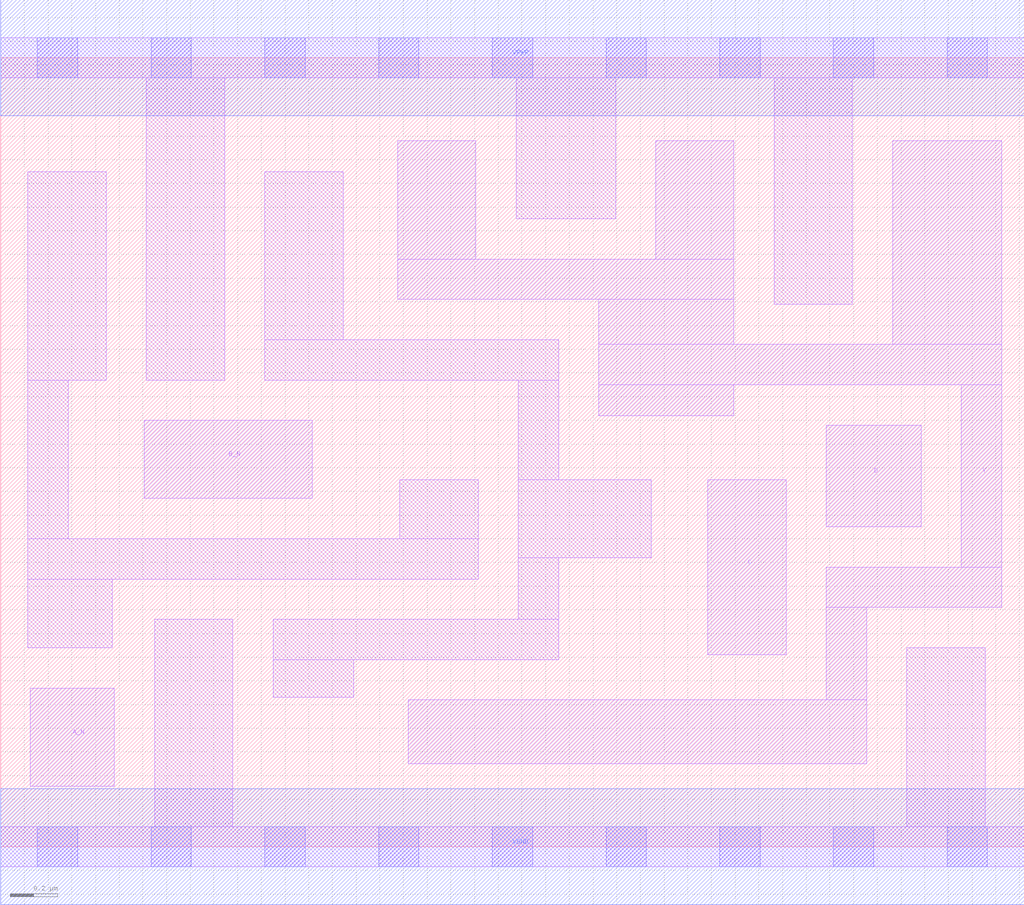
<source format=lef>
# Copyright 2020 The SkyWater PDK Authors
#
# Licensed under the Apache License, Version 2.0 (the "License");
# you may not use this file except in compliance with the License.
# You may obtain a copy of the License at
#
#     https://www.apache.org/licenses/LICENSE-2.0
#
# Unless required by applicable law or agreed to in writing, software
# distributed under the License is distributed on an "AS IS" BASIS,
# WITHOUT WARRANTIES OR CONDITIONS OF ANY KIND, either express or implied.
# See the License for the specific language governing permissions and
# limitations under the License.
#
# SPDX-License-Identifier: Apache-2.0

VERSION 5.7 ;
  NAMESCASESENSITIVE ON ;
  NOWIREEXTENSIONATPIN ON ;
  DIVIDERCHAR "/" ;
  BUSBITCHARS "[]" ;
UNITS
  DATABASE MICRONS 200 ;
END UNITS
MACRO sky130_fd_sc_ms__nand4bb_1
  CLASS CORE ;
  SOURCE USER ;
  FOREIGN sky130_fd_sc_ms__nand4bb_1 ;
  ORIGIN  0.000000  0.000000 ;
  SIZE  4.320000 BY  3.330000 ;
  SYMMETRY X Y ;
  SITE unit ;
  PIN A_N
    ANTENNAGATEAREA  0.233700 ;
    DIRECTION INPUT ;
    USE SIGNAL ;
    PORT
      LAYER li1 ;
        RECT 0.125000 0.255000 0.480000 0.670000 ;
    END
  END A_N
  PIN B_N
    ANTENNAGATEAREA  0.233700 ;
    DIRECTION INPUT ;
    USE SIGNAL ;
    PORT
      LAYER li1 ;
        RECT 0.605000 1.470000 1.315000 1.800000 ;
    END
  END B_N
  PIN C
    ANTENNAGATEAREA  0.312600 ;
    DIRECTION INPUT ;
    USE SIGNAL ;
    PORT
      LAYER li1 ;
        RECT 2.985000 0.810000 3.315000 1.550000 ;
    END
  END C
  PIN D
    ANTENNAGATEAREA  0.312600 ;
    DIRECTION INPUT ;
    USE SIGNAL ;
    PORT
      LAYER li1 ;
        RECT 3.485000 1.350000 3.885000 1.780000 ;
    END
  END D
  PIN Y
    ANTENNADIFFAREA  1.181450 ;
    DIRECTION OUTPUT ;
    USE SIGNAL ;
    PORT
      LAYER li1 ;
        RECT 1.675000 2.310000 3.095000 2.480000 ;
        RECT 1.675000 2.480000 2.005000 2.980000 ;
        RECT 1.720000 0.350000 3.655000 0.620000 ;
        RECT 2.525000 1.820000 3.095000 1.950000 ;
        RECT 2.525000 1.950000 4.225000 2.120000 ;
        RECT 2.525000 2.120000 3.095000 2.310000 ;
        RECT 2.765000 2.480000 3.095000 2.980000 ;
        RECT 3.485000 0.620000 3.655000 1.010000 ;
        RECT 3.485000 1.010000 4.225000 1.180000 ;
        RECT 3.765000 2.120000 4.225000 2.980000 ;
        RECT 4.055000 1.180000 4.225000 1.950000 ;
    END
  END Y
  PIN VGND
    DIRECTION INOUT ;
    USE GROUND ;
    PORT
      LAYER met1 ;
        RECT 0.000000 -0.245000 4.320000 0.245000 ;
    END
  END VGND
  PIN VPWR
    DIRECTION INOUT ;
    USE POWER ;
    PORT
      LAYER met1 ;
        RECT 0.000000 3.085000 4.320000 3.575000 ;
    END
  END VPWR
  OBS
    LAYER li1 ;
      RECT 0.000000 -0.085000 4.320000 0.085000 ;
      RECT 0.000000  3.245000 4.320000 3.415000 ;
      RECT 0.115000  0.840000 0.470000 1.130000 ;
      RECT 0.115000  1.130000 2.015000 1.300000 ;
      RECT 0.115000  1.300000 0.285000 1.970000 ;
      RECT 0.115000  1.970000 0.445000 2.850000 ;
      RECT 0.615000  1.970000 0.945000 3.245000 ;
      RECT 0.650000  0.085000 0.980000 0.960000 ;
      RECT 1.115000  1.970000 2.355000 2.140000 ;
      RECT 1.115000  2.140000 1.445000 2.850000 ;
      RECT 1.150000  0.630000 1.490000 0.790000 ;
      RECT 1.150000  0.790000 2.355000 0.960000 ;
      RECT 1.685000  1.300000 2.015000 1.550000 ;
      RECT 2.175000  2.650000 2.595000 3.245000 ;
      RECT 2.185000  0.960000 2.355000 1.220000 ;
      RECT 2.185000  1.220000 2.745000 1.550000 ;
      RECT 2.185000  1.550000 2.355000 1.970000 ;
      RECT 3.265000  2.290000 3.595000 3.245000 ;
      RECT 3.825000  0.085000 4.155000 0.840000 ;
    LAYER mcon ;
      RECT 0.155000 -0.085000 0.325000 0.085000 ;
      RECT 0.155000  3.245000 0.325000 3.415000 ;
      RECT 0.635000 -0.085000 0.805000 0.085000 ;
      RECT 0.635000  3.245000 0.805000 3.415000 ;
      RECT 1.115000 -0.085000 1.285000 0.085000 ;
      RECT 1.115000  3.245000 1.285000 3.415000 ;
      RECT 1.595000 -0.085000 1.765000 0.085000 ;
      RECT 1.595000  3.245000 1.765000 3.415000 ;
      RECT 2.075000 -0.085000 2.245000 0.085000 ;
      RECT 2.075000  3.245000 2.245000 3.415000 ;
      RECT 2.555000 -0.085000 2.725000 0.085000 ;
      RECT 2.555000  3.245000 2.725000 3.415000 ;
      RECT 3.035000 -0.085000 3.205000 0.085000 ;
      RECT 3.035000  3.245000 3.205000 3.415000 ;
      RECT 3.515000 -0.085000 3.685000 0.085000 ;
      RECT 3.515000  3.245000 3.685000 3.415000 ;
      RECT 3.995000 -0.085000 4.165000 0.085000 ;
      RECT 3.995000  3.245000 4.165000 3.415000 ;
  END
END sky130_fd_sc_ms__nand4bb_1
END LIBRARY

</source>
